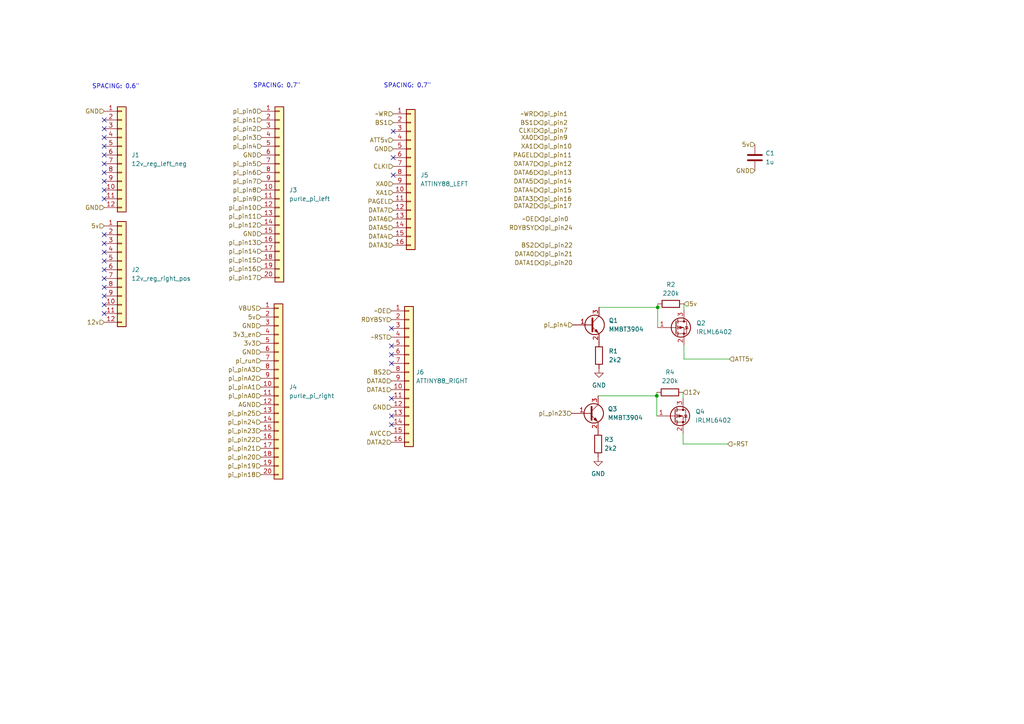
<source format=kicad_sch>
(kicad_sch (version 20230121) (generator eeschema)
  (paper "A4")
  (lib_symbols
    (symbol "Connector_Generic:Conn_01x12" (pin_names (offset 1.016) hide)
      (property "Reference" "J" (at 0 15.24 0))
      (property "Value" "Conn_01x12" (at 0 -17.78 0))
      (symbol "Conn_01x12_1_1"
        (rectangle (start -1.27 -15.113) (end 0 -15.367) (stroke (width 0.1524)))
        (rectangle (start -1.27 -12.573) (end 0 -12.827) (stroke (width 0.1524)))
        (rectangle (start -1.27 -10.033) (end 0 -10.287) (stroke (width 0.1524)))
        (rectangle (start -1.27 -7.493) (end 0 -7.747) (stroke (width 0.1524)))
        (rectangle (start -1.27 -4.953) (end 0 -5.207) (stroke (width 0.1524)))
        (rectangle (start -1.27 -2.413) (end 0 -2.667) (stroke (width 0.1524)))
        (rectangle (start -1.27 0.127) (end 0 -0.127) (stroke (width 0.1524)))
        (rectangle (start -1.27 2.667) (end 0 2.413) (stroke (width 0.1524)))
        (rectangle (start -1.27 5.207) (end 0 4.953) (stroke (width 0.1524)))
        (rectangle (start -1.27 7.747) (end 0 7.493) (stroke (width 0.1524)))
        (rectangle (start -1.27 10.287) (end 0 10.033) (stroke (width 0.1524)))
        (rectangle (start -1.27 12.827) (end 0 12.573) (stroke (width 0.1524)))
        (rectangle (start -1.27 13.97) (end 1.27 -16.51) (stroke (width 0.254)) (fill (type background)))
        (pin passive line (at -5.08 12.7 0) (length 3.81) (name "Pin_1") (number "1"))
        (pin passive line (at -5.08 -10.16 0) (length 3.81) (name "Pin_10") (number "10"))
        (pin passive line (at -5.08 -12.7 0) (length 3.81) (name "Pin_11") (number "11"))
        (pin passive line (at -5.08 -15.24 0) (length 3.81) (name "Pin_12") (number "12"))
        (pin passive line (at -5.08 10.16 0) (length 3.81) (name "Pin_2") (number "2"))
        (pin passive line (at -5.08 7.62 0) (length 3.81) (name "Pin_3") (number "3"))
        (pin passive line (at -5.08 5.08 0) (length 3.81) (name "Pin_4") (number "4"))
        (pin passive line (at -5.08 2.54 0) (length 3.81) (name "Pin_5") (number "5"))
        (pin passive line (at -5.08 0 0) (length 3.81) (name "Pin_6") (number "6"))
        (pin passive line (at -5.08 -2.54 0) (length 3.81) (name "Pin_7") (number "7"))
        (pin passive line (at -5.08 -5.08 0) (length 3.81) (name "Pin_8") (number "8"))
        (pin passive line (at -5.08 -7.62 0) (length 3.81) (name "Pin_9") (number "9"))
      )
    )
    (symbol "Connector_Generic:Conn_01x16" (pin_names (offset 1.016) hide)
      (property "Reference" "J" (at 0 20.32 0))
      (property "Value" "Conn_01x16" (at 0 -22.86 0))
      (symbol "Conn_01x16_1_1"
        (rectangle (start -1.27 -20.193) (end 0 -20.447) (stroke (width 0.1524)))
        (rectangle (start -1.27 -17.653) (end 0 -17.907) (stroke (width 0.1524)))
        (rectangle (start -1.27 -15.113) (end 0 -15.367) (stroke (width 0.1524)))
        (rectangle (start -1.27 -12.573) (end 0 -12.827) (stroke (width 0.1524)))
        (rectangle (start -1.27 -10.033) (end 0 -10.287) (stroke (width 0.1524)))
        (rectangle (start -1.27 -7.493) (end 0 -7.747) (stroke (width 0.1524)))
        (rectangle (start -1.27 -4.953) (end 0 -5.207) (stroke (width 0.1524)))
        (rectangle (start -1.27 -2.413) (end 0 -2.667) (stroke (width 0.1524)))
        (rectangle (start -1.27 0.127) (end 0 -0.127) (stroke (width 0.1524)))
        (rectangle (start -1.27 2.667) (end 0 2.413) (stroke (width 0.1524)))
        (rectangle (start -1.27 5.207) (end 0 4.953) (stroke (width 0.1524)))
        (rectangle (start -1.27 7.747) (end 0 7.493) (stroke (width 0.1524)))
        (rectangle (start -1.27 10.287) (end 0 10.033) (stroke (width 0.1524)))
        (rectangle (start -1.27 12.827) (end 0 12.573) (stroke (width 0.1524)))
        (rectangle (start -1.27 15.367) (end 0 15.113) (stroke (width 0.1524)))
        (rectangle (start -1.27 17.907) (end 0 17.653) (stroke (width 0.1524)))
        (rectangle (start -1.27 19.05) (end 1.27 -21.59) (stroke (width 0.254)) (fill (type background)))
        (pin passive line (at -5.08 17.78 0) (length 3.81) (name "Pin_1") (number "1"))
        (pin passive line (at -5.08 -5.08 0) (length 3.81) (name "Pin_10") (number "10"))
        (pin passive line (at -5.08 -7.62 0) (length 3.81) (name "Pin_11") (number "11"))
        (pin passive line (at -5.08 -10.16 0) (length 3.81) (name "Pin_12") (number "12"))
        (pin passive line (at -5.08 -12.7 0) (length 3.81) (name "Pin_13") (number "13"))
        (pin passive line (at -5.08 -15.24 0) (length 3.81) (name "Pin_14") (number "14"))
        (pin passive line (at -5.08 -17.78 0) (length 3.81) (name "Pin_15") (number "15"))
        (pin passive line (at -5.08 -20.32 0) (length 3.81) (name "Pin_16") (number "16"))
        (pin passive line (at -5.08 15.24 0) (length 3.81) (name "Pin_2") (number "2"))
        (pin passive line (at -5.08 12.7 0) (length 3.81) (name "Pin_3") (number "3"))
        (pin passive line (at -5.08 10.16 0) (length 3.81) (name "Pin_4") (number "4"))
        (pin passive line (at -5.08 7.62 0) (length 3.81) (name "Pin_5") (number "5"))
        (pin passive line (at -5.08 5.08 0) (length 3.81) (name "Pin_6") (number "6"))
        (pin passive line (at -5.08 2.54 0) (length 3.81) (name "Pin_7") (number "7"))
        (pin passive line (at -5.08 0 0) (length 3.81) (name "Pin_8") (number "8"))
        (pin passive line (at -5.08 -2.54 0) (length 3.81) (name "Pin_9") (number "9"))
      )
    )
    (symbol "Connector_Generic:Conn_01x20" (pin_names (offset 1.016) hide)
      (property "Reference" "J" (at 0 25.4 0))
      (property "Value" "Conn_01x20" (at 0 -27.94 0))
      (symbol "Conn_01x20_1_1"
        (rectangle (start -1.27 -25.273) (end 0 -25.527) (stroke (width 0.1524)))
        (rectangle (start -1.27 -22.733) (end 0 -22.987) (stroke (width 0.1524)))
        (rectangle (start -1.27 -20.193) (end 0 -20.447) (stroke (width 0.1524)))
        (rectangle (start -1.27 -17.653) (end 0 -17.907) (stroke (width 0.1524)))
        (rectangle (start -1.27 -15.113) (end 0 -15.367) (stroke (width 0.1524)))
        (rectangle (start -1.27 -12.573) (end 0 -12.827) (stroke (width 0.1524)))
        (rectangle (start -1.27 -10.033) (end 0 -10.287) (stroke (width 0.1524)))
        (rectangle (start -1.27 -7.493) (end 0 -7.747) (stroke (width 0.1524)))
        (rectangle (start -1.27 -4.953) (end 0 -5.207) (stroke (width 0.1524)))
        (rectangle (start -1.27 -2.413) (end 0 -2.667) (stroke (width 0.1524)))
        (rectangle (start -1.27 0.127) (end 0 -0.127) (stroke (width 0.1524)))
        (rectangle (start -1.27 2.667) (end 0 2.413) (stroke (width 0.1524)))
        (rectangle (start -1.27 5.207) (end 0 4.953) (stroke (width 0.1524)))
        (rectangle (start -1.27 7.747) (end 0 7.493) (stroke (width 0.1524)))
        (rectangle (start -1.27 10.287) (end 0 10.033) (stroke (width 0.1524)))
        (rectangle (start -1.27 12.827) (end 0 12.573) (stroke (width 0.1524)))
        (rectangle (start -1.27 15.367) (end 0 15.113) (stroke (width 0.1524)))
        (rectangle (start -1.27 17.907) (end 0 17.653) (stroke (width 0.1524)))
        (rectangle (start -1.27 20.447) (end 0 20.193) (stroke (width 0.1524)))
        (rectangle (start -1.27 22.987) (end 0 22.733) (stroke (width 0.1524)))
        (rectangle (start -1.27 24.13) (end 1.27 -26.67) (stroke (width 0.254)) (fill (type background)))
        (pin passive line (at -5.08 22.86 0) (length 3.81) (name "Pin_1") (number "1"))
        (pin passive line (at -5.08 0 0) (length 3.81) (name "Pin_10") (number "10"))
        (pin passive line (at -5.08 -2.54 0) (length 3.81) (name "Pin_11") (number "11"))
        (pin passive line (at -5.08 -5.08 0) (length 3.81) (name "Pin_12") (number "12"))
        (pin passive line (at -5.08 -7.62 0) (length 3.81) (name "Pin_13") (number "13"))
        (pin passive line (at -5.08 -10.16 0) (length 3.81) (name "Pin_14") (number "14"))
        (pin passive line (at -5.08 -12.7 0) (length 3.81) (name "Pin_15") (number "15"))
        (pin passive line (at -5.08 -15.24 0) (length 3.81) (name "Pin_16") (number "16"))
        (pin passive line (at -5.08 -17.78 0) (length 3.81) (name "Pin_17") (number "17"))
        (pin passive line (at -5.08 -20.32 0) (length 3.81) (name "Pin_18") (number "18"))
        (pin passive line (at -5.08 -22.86 0) (length 3.81) (name "Pin_19") (number "19"))
        (pin passive line (at -5.08 20.32 0) (length 3.81) (name "Pin_2") (number "2"))
        (pin passive line (at -5.08 -25.4 0) (length 3.81) (name "Pin_20") (number "20"))
        (pin passive line (at -5.08 17.78 0) (length 3.81) (name "Pin_3") (number "3"))
        (pin passive line (at -5.08 15.24 0) (length 3.81) (name "Pin_4") (number "4"))
        (pin passive line (at -5.08 12.7 0) (length 3.81) (name "Pin_5") (number "5"))
        (pin passive line (at -5.08 10.16 0) (length 3.81) (name "Pin_6") (number "6"))
        (pin passive line (at -5.08 7.62 0) (length 3.81) (name "Pin_7") (number "7"))
        (pin passive line (at -5.08 5.08 0) (length 3.81) (name "Pin_8") (number "8"))
        (pin passive line (at -5.08 2.54 0) (length 3.81) (name "Pin_9") (number "9"))
      )
    )
    (symbol "Device:C" (pin_numbers hide) (pin_names (offset 0.254))
      (property "Reference" "C" (at 0.635 2.54 0))
      (property "Value" "C" (at 0.635 -2.54 0))
      (symbol "C_0_1"
        (polyline (pts (xy -2.032 -0.762) (xy 2.032 -0.762)) (stroke (width 0.508)))
        (polyline (pts (xy -2.032 0.762) (xy 2.032 0.762)) (stroke (width 0.508)))
      )
      (symbol "C_1_1"
        (pin passive line (at 0 3.81 270) (length 2.794) (name "~") (number "1"))
        (pin passive line (at 0 -3.81 90) (length 2.794) (name "~") (number "2"))
      )
    )
    (symbol "Device:R" (pin_numbers hide) (pin_names (offset 0))
      (property "Reference" "R" (at 2.032 0 90))
      (property "Value" "R" (at 0 0 90))
      (symbol "R_0_1"
        (rectangle (start -1.016 -2.54) (end 1.016 2.54) (stroke (width 0.254)))
      )
      (symbol "R_1_1"
        (pin passive line (at 0 3.81 270) (length 1.27) (name "~") (number "1"))
        (pin passive line (at 0 -3.81 90) (length 1.27) (name "~") (number "2"))
      )
    )
    (symbol "Transistor_BJT:MMBT3904" (pin_names (offset 0) hide)
      (property "Reference" "Q" (at 5.08 1.905 0))
      (property "Value" "MMBT3904" (at 5.08 0 0))
      (symbol "MMBT3904_0_1"
        (polyline (pts (xy 0.635 0.635) (xy 2.54 2.54)))
        (polyline (pts (xy 0.635 -0.635) (xy 2.54 -2.54) (xy 2.54 -2.54)))
        (polyline (pts (xy 0.635 1.905) (xy 0.635 -1.905) (xy 0.635 -1.905)) (stroke (width 0.508)))
        (polyline (pts (xy 1.27 -1.778) (xy 1.778 -1.27) (xy 2.286 -2.286) (xy 1.27 -1.778) (xy 1.27 -1.778)) (fill (type outline)))
        (circle (center 1.27 0) (radius 2.8194) (stroke (width 0.254)))
      )
      (symbol "MMBT3904_1_1"
        (pin input line (at -5.08 0 0) (length 5.715) (name "B") (number "1"))
        (pin passive line (at 2.54 -5.08 90) (length 2.54) (name "E") (number "2"))
        (pin passive line (at 2.54 5.08 270) (length 2.54) (name "C") (number "3"))
      )
    )
    (symbol "Transistor_FET:IRLML6402" (pin_names hide)
      (property "Reference" "Q" (at 5.08 1.905 0))
      (property "Value" "IRLML6402" (at 5.08 0 0))
      (symbol "IRLML6402_0_1"
        (polyline (pts (xy 0.254 0) (xy -2.54 0)))
        (polyline (pts (xy 0.254 1.905) (xy 0.254 -1.905)) (stroke (width 0.254)))
        (polyline (pts (xy 0.762 -1.27) (xy 0.762 -2.286)) (stroke (width 0.254)))
        (polyline (pts (xy 0.762 0.508) (xy 0.762 -0.508)) (stroke (width 0.254)))
        (polyline (pts (xy 0.762 2.286) (xy 0.762 1.27)) (stroke (width 0.254)))
        (polyline (pts (xy 2.54 2.54) (xy 2.54 1.778)))
        (polyline (pts (xy 2.54 -2.54) (xy 2.54 0) (xy 0.762 0)))
        (polyline (pts (xy 0.762 1.778) (xy 3.302 1.778) (xy 3.302 -1.778) (xy 0.762 -1.778)))
        (polyline (pts (xy 2.286 0) (xy 1.27 0.381) (xy 1.27 -0.381) (xy 2.286 0)) (fill (type outline)))
        (polyline (pts (xy 2.794 -0.508) (xy 2.921 -0.381) (xy 3.683 -0.381) (xy 3.81 -0.254)))
        (polyline (pts (xy 3.302 -0.381) (xy 2.921 0.254) (xy 3.683 0.254) (xy 3.302 -0.381)))
        (circle (center 1.651 0) (radius 2.794) (stroke (width 0.254)))
        (circle (center 2.54 -1.778) (radius 0.254) (fill (type outline)))
        (circle (center 2.54 1.778) (radius 0.254) (fill (type outline)))
      )
      (symbol "IRLML6402_1_1"
        (pin input line (at -5.08 0 0) (length 2.54) (name "G") (number "1"))
        (pin passive line (at 2.54 -5.08 90) (length 2.54) (name "S") (number "2"))
        (pin passive line (at 2.54 5.08 270) (length 2.54) (name "D") (number "3"))
      )
    )
    (symbol "power:GND" (power) (pin_names (offset 0))
      (property "Value" "GND" (at 0 -3.81 0))
      (symbol "GND_0_1"
        (polyline (pts (xy 0 0) (xy 0 -1.27) (xy 1.27 -1.27) (xy 0 -2.54) (xy -1.27 -1.27) (xy 0 -1.27)))
      )
      (symbol "GND_1_1"
        (pin power_in line (at 0 0 270) (length 0) hide (name "GND") (number "1"))
      )
    )
  )
  (junction (at 190.5 114.808))
  (junction (at 190.754 89.154))
  (no_connect (at 30.226 55.118))
  (no_connect (at 30.226 88.392))
  (no_connect (at 30.226 42.418))
  (no_connect (at 30.226 52.578))
  (no_connect (at 30.226 44.958))
  (no_connect (at 30.226 68.072))
  (no_connect (at 113.538 105.41))
  (no_connect (at 113.538 100.33))
  (no_connect (at 30.226 47.498))
  (no_connect (at 113.538 115.57))
  (no_connect (at 30.226 75.692))
  (no_connect (at 30.226 73.152))
  (no_connect (at 113.538 120.65))
  (no_connect (at 30.226 78.232))
  (no_connect (at 30.226 50.038))
  (no_connect (at 30.226 70.612))
  (no_connect (at 30.226 83.312))
  (no_connect (at 114.046 50.8))
  (no_connect (at 113.538 95.25))
  (no_connect (at 30.226 85.852))
  (no_connect (at 113.538 123.19))
  (no_connect (at 114.046 38.1))
  (no_connect (at 30.226 37.338))
  (no_connect (at 30.226 57.658))
  (no_connect (at 30.226 80.772))
  (no_connect (at 113.538 102.87))
  (no_connect (at 30.226 39.878))
  (no_connect (at 30.226 90.932))
  (no_connect (at 30.226 34.798))
  (no_connect (at 114.046 45.72))
  (wire (pts (xy 198.12 113.792) (xy 198.12 115.57)))
  (wire (pts (xy 198.374 104.14) (xy 211.582 104.14)))
  (wire (pts (xy 198.374 104.14) (xy 198.374 100.076)))
  (wire (pts (xy 190.5 113.792) (xy 190.5 114.808)))
  (wire (pts (xy 198.12 125.73) (xy 198.12 128.778)))
  (wire (pts (xy 190.5 114.808) (xy 190.5 120.65)))
  (wire (pts (xy 198.374 88.138) (xy 198.374 89.916)))
  (wire (pts (xy 173.736 89.154) (xy 190.754 89.154)))
  (wire (pts (xy 190.754 88.138) (xy 190.754 89.154)))
  (wire (pts (xy 198.12 128.778) (xy 211.074 128.778)))
  (wire (pts (xy 190.754 89.154) (xy 190.754 94.996)))
  (wire (pts (xy 173.482 114.808) (xy 190.5 114.808)))
  (text "SPACING: 0.6\"" (at 26.67 25.908 0) (effects (font (size 1.27 1.27)) (justify left bottom)))
  (text "SPACING: 0.7\"" (at 73.406 25.654 0) (effects (font (size 1.27 1.27)) (justify left bottom)))
  (text "SPACING: 0.7\"" (at 111.252 25.654 0) (effects (font (size 1.27 1.27)) (justify left bottom)))
  (hierarchical_label "GND" (shape input) (at 218.948 49.53 180))
  (hierarchical_label "pi_pin12" (shape input) (at 75.946 65.278 180))
  (hierarchical_label "pi_pinA2" (shape input) (at 75.692 109.728 180))
  (hierarchical_label "pi_pin1" (shape input) (at 75.946 34.798 180))
  (hierarchical_label "pi_pin9" (shape input) (at 156.21 39.878 0))
  (hierarchical_label "GND" (shape input) (at 30.226 32.258 180))
  (hierarchical_label "5v" (shape input) (at 75.692 91.948 180))
  (hierarchical_label "VBUS" (shape input) (at 75.692 89.408 180))
  (hierarchical_label "pi_pin15" (shape input) (at 75.946 75.438 180))
  (hierarchical_label "pi_pin21" (shape input) (at 156.464 73.66 0))
  (hierarchical_label "pi_pin22" (shape input) (at 75.692 127.508 180))
  (hierarchical_label "pi_pin22" (shape input) (at 156.464 71.12 0))
  (hierarchical_label "5v" (shape input) (at 218.948 41.91 180))
  (hierarchical_label "DATA1" (shape input) (at 113.538 113.03 180))
  (hierarchical_label "DATA2" (shape input) (at 156.21 59.69 180))
  (hierarchical_label "GND" (shape input) (at 75.946 67.818 180))
  (hierarchical_label "~OE" (shape input) (at 113.538 90.17 180))
  (hierarchical_label "DATA0" (shape input) (at 156.464 73.66 180))
  (hierarchical_label "GND" (shape input) (at 75.946 44.958 180))
  (hierarchical_label "pi_pin16" (shape input) (at 156.21 57.658 0))
  (hierarchical_label "DATA1" (shape input) (at 156.464 76.2 180))
  (hierarchical_label "pi_pin17" (shape input) (at 156.21 59.69 0))
  (hierarchical_label "DATA5" (shape input) (at 114.046 66.04 180))
  (hierarchical_label "CLKI" (shape input) (at 156.21 37.846 180))
  (hierarchical_label "pi_pinA0" (shape input) (at 75.692 114.808 180))
  (hierarchical_label "BS1" (shape input) (at 156.21 35.56 180))
  (hierarchical_label "pi_pin21" (shape input) (at 75.692 130.048 180))
  (hierarchical_label "pi_pinA3" (shape input) (at 75.692 107.188 180))
  (hierarchical_label "DATA0" (shape input) (at 113.538 110.49 180))
  (hierarchical_label "PAGEL" (shape input) (at 114.046 58.42 180))
  (hierarchical_label "XA0" (shape input) (at 156.21 39.878 180))
  (hierarchical_label "pi_pin25" (shape input) (at 75.692 119.888 180))
  (hierarchical_label "pi_pin6" (shape input) (at 75.946 50.038 180))
  (hierarchical_label "pi_pin23" (shape input) (at 75.692 124.968 180))
  (hierarchical_label "pi_pin11" (shape input) (at 156.21 44.958 0))
  (hierarchical_label "3v3" (shape input) (at 75.692 99.568 180))
  (hierarchical_label "pi_pin4" (shape input) (at 166.116 94.234 180))
  (hierarchical_label "BS1" (shape input) (at 114.046 35.56 180))
  (hierarchical_label "pi_pin13" (shape input) (at 156.21 50.038 0))
  (hierarchical_label "DATA6" (shape input) (at 156.21 50.038 180))
  (hierarchical_label "pi_pinA1" (shape input) (at 75.692 112.268 180))
  (hierarchical_label "BS2" (shape input) (at 156.464 71.12 180))
  (hierarchical_label "pi_pin12" (shape input) (at 156.21 47.498 0))
  (hierarchical_label "RDYBSY" (shape input) (at 156.464 66.04 180))
  (hierarchical_label "pi_run" (shape input) (at 75.692 104.648 180))
  (hierarchical_label "pi_pin11" (shape input) (at 75.946 62.738 180))
  (hierarchical_label "GND" (shape input) (at 75.692 102.108 180))
  (hierarchical_label "RDYBSY" (shape input) (at 113.538 92.71 180))
  (hierarchical_label "pi_pin7" (shape input) (at 156.21 37.846 0))
  (hierarchical_label "pi_pin23" (shape input) (at 165.862 119.888 180))
  (hierarchical_label "~RST" (shape input) (at 211.074 128.778 0))
  (hierarchical_label "pi_pin1" (shape input) (at 156.21 33.02 0))
  (hierarchical_label "pi_pin10" (shape input) (at 75.946 60.198 180))
  (hierarchical_label "12v" (shape input) (at 198.12 113.792 0))
  (hierarchical_label "DATA5" (shape input) (at 156.21 52.578 180))
  (hierarchical_label "pi_pin20" (shape input) (at 156.464 76.2 0))
  (hierarchical_label "pi_pin0" (shape input) (at 75.946 32.258 180))
  (hierarchical_label "pi_pin5" (shape input) (at 75.946 47.498 180))
  (hierarchical_label "~WR" (shape input) (at 114.046 33.02 180))
  (hierarchical_label "GND" (shape input) (at 75.692 94.488 180))
  (hierarchical_label "pi_pin14" (shape input) (at 156.21 52.578 0))
  (hierarchical_label "pi_pin13" (shape input) (at 75.946 70.358 180))
  (hierarchical_label "pi_pin7" (shape input) (at 75.946 52.578 180))
  (hierarchical_label "XA1" (shape input) (at 114.046 55.88 180))
  (hierarchical_label "5v" (shape input) (at 198.374 88.138 0))
  (hierarchical_label "DATA4" (shape input) (at 156.21 55.118 180))
  (hierarchical_label "~OE" (shape input) (at 156.464 63.5 180))
  (hierarchical_label "DATA6" (shape input) (at 114.046 63.5 180))
  (hierarchical_label "pi_pin10" (shape input) (at 156.21 42.418 0))
  (hierarchical_label "pi_pin17" (shape input) (at 75.946 80.518 180))
  (hierarchical_label "pi_pin20" (shape input) (at 75.692 132.588 180))
  (hierarchical_label "ATT5v" (shape input) (at 211.582 104.14 0))
  (hierarchical_label "pi_pin4" (shape input) (at 75.946 42.418 180))
  (hierarchical_label "GND" (shape input) (at 30.226 60.198 180))
  (hierarchical_label "PAGEL" (shape input) (at 156.21 44.958 180))
  (hierarchical_label "DATA3" (shape input) (at 114.046 71.12 180))
  (hierarchical_label "pi_pin8" (shape input) (at 75.946 55.118 180))
  (hierarchical_label "pi_pin18" (shape input) (at 75.692 137.668 180))
  (hierarchical_label "pi_pin24" (shape input) (at 75.692 122.428 180))
  (hierarchical_label "AGND" (shape input) (at 75.692 117.348 180))
  (hierarchical_label "pi_pin16" (shape input) (at 75.946 77.978 180))
  (hierarchical_label "pi_pin15" (shape input) (at 156.21 55.118 0))
  (hierarchical_label "pi_pin9" (shape input) (at 75.946 57.658 180))
  (hierarchical_label "pi_pin0" (shape input) (at 156.464 63.5 0))
  (hierarchical_label "pi_pin2" (shape input) (at 75.946 37.338 180))
  (hierarchical_label "~WR" (shape input) (at 156.21 33.02 180))
  (hierarchical_label "pi_pin24" (shape input) (at 156.464 66.04 0))
  (hierarchical_label "pi_pin3" (shape input) (at 75.946 39.878 180))
  (hierarchical_label "~RST" (shape input) (at 113.538 97.79 180))
  (hierarchical_label "pi_pin19" (shape input) (at 75.692 135.128 180))
  (hierarchical_label "BS2" (shape input) (at 113.538 107.95 180))
  (hierarchical_label "ATT5v" (shape input) (at 114.046 40.64 180))
  (hierarchical_label "DATA3" (shape input) (at 156.21 57.658 180))
  (hierarchical_label "5v" (shape input) (at 30.226 65.532 180))
  (hierarchical_label "3v3_en" (shape input) (at 75.692 97.028 180))
  (hierarchical_label "pi_pin14" (shape input) (at 75.946 72.898 180))
  (hierarchical_label "AVCC" (shape input) (at 113.538 125.73 180))
  (hierarchical_label "XA1" (shape input) (at 156.21 42.418 180))
  (hierarchical_label "GND" (shape input) (at 113.538 118.11 180))
  (hierarchical_label "12v" (shape input) (at 30.226 93.472 180))
  (hierarchical_label "DATA7" (shape input) (at 114.046 60.96 180))
  (hierarchical_label "DATA4" (shape input) (at 114.046 68.58 180))
  (hierarchical_label "CLKI" (shape input) (at 114.046 48.26 180))
  (hierarchical_label "pi_pin2" (shape input) (at 156.21 35.56 0))
  (hierarchical_label "DATA7" (shape input) (at 156.21 47.498 180))
  (hierarchical_label "XA0" (shape input) (at 114.046 53.34 180))
  (hierarchical_label "DATA2" (shape input) (at 113.538 128.27 180))
  (hierarchical_label "GND" (shape input) (at 114.046 43.18 180))
  (symbol (lib_id "Connector_Generic:Conn_01x12") (at 35.306 44.958 0) (unit 1)
    (property "Reference" "J1" (at 38.1 44.958 0) (effects (justify left)))
    (property "Value" "12v_reg_left_neg" (at 38.1 47.498 0) (effects (justify left)))
    (property "Footprint" "Connector_PinHeader_2.54mm:PinHeader_1x12_P2.54mm_Vertical" (effects hide))
  )
  (symbol (lib_id "power:GND") (at 173.736 106.934 0) (unit 1)
    (property "Reference" "#PWR01" (effects hide))
    (property "Value" "GND" (at 173.736 111.76 0))
  )
  (symbol (lib_id "power:GND") (at 173.482 132.588 0) (unit 1)
    (property "Reference" "#PWR02" (effects hide))
    (property "Value" "GND" (at 173.482 137.414 0))
  )
  (symbol (lib_id "Connector_Generic:Conn_01x20") (at 80.772 112.268 0) (unit 1)
    (property "Reference" "J4" (at 83.82 112.268 0) (effects (justify left)))
    (property "Value" "purle_pi_right" (at 83.82 114.808 0) (effects (justify left)))
    (property "Footprint" "Connector_PinHeader_2.54mm:PinHeader_1x20_P2.54mm_Vertical" (effects hide))
  )
  (symbol (lib_id "Device:R") (at 194.31 113.792 90) (unit 1)
    (property "Reference" "R4" (at 194.31 107.95 90))
    (property "Value" "220k" (at 194.31 110.49 90))
    (property "Footprint" "Resistor_SMD:R_0402_1005Metric" (effects hide))
  )
  (symbol (lib_id "Connector_Generic:Conn_01x12") (at 35.306 78.232 0) (unit 1)
    (property "Reference" "J2" (at 38.1 78.232 0) (effects (justify left)))
    (property "Value" "12v_reg_right_pos" (at 38.1 80.772 0) (effects (justify left)))
    (property "Footprint" "Connector_PinHeader_2.54mm:PinHeader_1x12_P2.54mm_Vertical" (effects hide))
  )
  (symbol (lib_id "Connector_Generic:Conn_01x16") (at 118.618 107.95 0) (unit 1)
    (property "Reference" "J6" (at 120.65 107.95 0) (effects (justify left)))
    (property "Value" "ATTINY88_RIGHT" (at 120.65 110.49 0) (effects (justify left)))
    (property "Footprint" "Connector_PinHeader_2.54mm:PinHeader_1x16_P2.54mm_Vertical" (effects hide))
  )
  (symbol (lib_id "Connector_Generic:Conn_01x20") (at 81.026 55.118 0) (unit 1)
    (property "Reference" "J3" (at 83.82 55.118 0) (effects (justify left)))
    (property "Value" "purle_pi_left" (at 83.82 57.658 0) (effects (justify left)))
    (property "Footprint" "Connector_PinHeader_2.54mm:PinHeader_1x20_P2.54mm_Vertical" (effects hide))
  )
  (symbol (lib_id "Connector_Generic:Conn_01x16") (at 119.126 50.8 0) (unit 1)
    (property "Reference" "J5" (at 121.92 50.8 0) (effects (justify left)))
    (property "Value" "ATTINY88_LEFT" (at 121.92 53.34 0) (effects (justify left)))
    (property "Footprint" "Connector_PinHeader_2.54mm:PinHeader_1x16_P2.54mm_Vertical" (effects hide))
  )
  (symbol (lib_id "Device:R") (at 173.482 128.778 0) (unit 1)
    (property "Reference" "R3" (at 175.26 127.508 0) (effects (justify left)))
    (property "Value" "2k2" (at 175.26 130.048 0) (effects (justify left)))
    (property "Footprint" "Resistor_SMD:R_0402_1005Metric" (effects hide))
  )
  (symbol (lib_id "Transistor_FET:IRLML6402") (at 195.834 94.996 0) (unit 1)
    (property "Reference" "Q2" (at 201.93 93.726 0) (effects (justify left)))
    (property "Value" "IRLML6402" (at 201.93 96.266 0) (effects (justify left)))
    (property "Footprint" "Package_TO_SOT_SMD:SOT-23" (effects hide))
    (property "Datasheet" "https://www.infineon.com/dgdl/irlml6402pbf.pdf?fileId=5546d462533600a401535668d5c2263c" (effects hide))
  )
  (symbol (lib_id "Device:C") (at 218.948 45.72 0) (unit 1)
    (property "Reference" "C1" (at 221.996 44.45 0) (effects (justify left)))
    (property "Value" "1u" (at 221.996 46.99 0) (effects (justify left)))
    (property "Footprint" "Capacitor_SMD:C_0402_1005Metric" (effects hide))
  )
  (symbol (lib_id "Transistor_BJT:MMBT3904") (at 170.942 119.888 0) (unit 1)
    (property "Reference" "Q3" (at 176.276 118.618 0) (effects (justify left)))
    (property "Value" "MMBT3904" (at 176.276 121.158 0) (effects (justify left)))
    (property "Footprint" "Package_TO_SOT_SMD:SOT-23" (effects hide))
    (property "Datasheet" "https://www.onsemi.com/pdf/datasheet/pzt3904-d.pdf" (effects hide))
  )
  (symbol (lib_id "Transistor_BJT:MMBT3904") (at 171.196 94.234 0) (unit 1)
    (property "Reference" "Q1" (at 176.53 92.964 0) (effects (justify left)))
    (property "Value" "MMBT3904" (at 176.53 95.504 0) (effects (justify left)))
    (property "Footprint" "Package_TO_SOT_SMD:SOT-23" (effects hide))
    (property "Datasheet" "https://www.onsemi.com/pdf/datasheet/pzt3904-d.pdf" (effects hide))
  )
  (symbol (lib_id "Device:R") (at 194.564 88.138 90) (unit 1)
    (property "Reference" "R2" (at 194.564 82.55 90))
    (property "Value" "220k" (at 194.564 85.09 90))
    (property "Footprint" "Resistor_SMD:R_0402_1005Metric" (effects hide))
  )
  (symbol (lib_id "Device:R") (at 173.736 103.124 0) (unit 1)
    (property "Reference" "R1" (at 176.53 101.854 0) (effects (justify left)))
    (property "Value" "2k2" (at 176.53 104.394 0) (effects (justify left)))
    (property "Footprint" "Resistor_SMD:R_0402_1005Metric" (effects hide))
  )
  (symbol (lib_id "Transistor_FET:IRLML6402") (at 195.58 120.65 0) (unit 1)
    (property "Reference" "Q4" (at 201.676 119.38 0) (effects (justify left)))
    (property "Value" "IRLML6402" (at 201.676 121.92 0) (effects (justify left)))
    (property "Footprint" "Package_TO_SOT_SMD:SOT-23" (effects hide))
    (property "Datasheet" "https://www.infineon.com/dgdl/irlml6402pbf.pdf?fileId=5546d462533600a401535668d5c2263c" (effects hide))
  )
)
</source>
